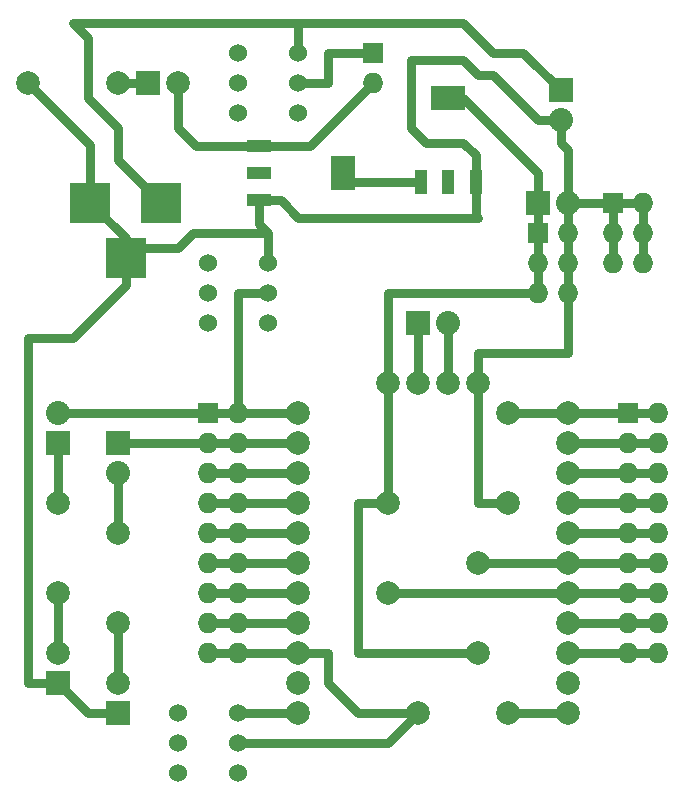
<source format=gbr>
G04 #@! TF.FileFunction,Copper,L1,Top,Signal*
%FSLAX46Y46*%
G04 Gerber Fmt 4.6, Leading zero omitted, Abs format (unit mm)*
G04 Created by KiCad (PCBNEW 4.0.2+dfsg1-stable) date Пт 14 окт 2016 09:29:47*
%MOMM*%
G01*
G04 APERTURE LIST*
%ADD10C,0.100000*%
%ADD11R,2.000000X2.000000*%
%ADD12C,2.000000*%
%ADD13R,2.032000X2.032000*%
%ADD14O,2.032000X2.032000*%
%ADD15R,1.727200X1.727200*%
%ADD16O,1.727200X1.727200*%
%ADD17C,1.998980*%
%ADD18C,1.524000*%
%ADD19R,3.500120X3.500120*%
%ADD20R,2.000000X1.000000*%
%ADD21R,2.000000X3.000000*%
%ADD22R,1.000000X2.000000*%
%ADD23R,3.000000X2.000000*%
%ADD24C,0.750000*%
G04 APERTURE END LIST*
D10*
D11*
X119380000Y-127000000D03*
D12*
X119380000Y-124460000D03*
D11*
X114300000Y-124460000D03*
D12*
X114300000Y-121920000D03*
D13*
X154940000Y-83820000D03*
D14*
X157480000Y-83820000D03*
D13*
X144780000Y-93980000D03*
D14*
X147320000Y-93980000D03*
D13*
X119380000Y-104140000D03*
D14*
X119380000Y-106680000D03*
D13*
X114300000Y-104140000D03*
D14*
X114300000Y-101600000D03*
D15*
X154940000Y-86360000D03*
D16*
X157480000Y-86360000D03*
X154940000Y-88900000D03*
X157480000Y-88900000D03*
X154940000Y-91440000D03*
X157480000Y-91440000D03*
D17*
X119380000Y-119380000D03*
X119380000Y-111760000D03*
X152400000Y-101600000D03*
X152400000Y-109220000D03*
X142240000Y-109220000D03*
X142240000Y-116840000D03*
X149860000Y-114300000D03*
X149860000Y-121920000D03*
X114300000Y-116840000D03*
X114300000Y-109220000D03*
D12*
X142240000Y-99060000D03*
X144780000Y-99060000D03*
X147320000Y-99060000D03*
X149860000Y-99060000D03*
X134620000Y-101600000D03*
X134620000Y-104140000D03*
X134620000Y-106680000D03*
X134620000Y-109220000D03*
X134620000Y-111760000D03*
X134620000Y-114300000D03*
X134620000Y-116840000D03*
X134620000Y-119380000D03*
X134620000Y-121920000D03*
X134620000Y-124460000D03*
X134620000Y-127000000D03*
X157480000Y-127000000D03*
X157480000Y-124460000D03*
X157480000Y-121920000D03*
X157480000Y-119380000D03*
X157480000Y-116840000D03*
X157480000Y-114300000D03*
X157480000Y-111760000D03*
X157480000Y-109220000D03*
X157480000Y-106680000D03*
X157480000Y-104140000D03*
X157480000Y-101600000D03*
D18*
X132080000Y-88900000D03*
X132080000Y-91440000D03*
X132080000Y-93980000D03*
X127000000Y-88900000D03*
X127000000Y-91440000D03*
X127000000Y-93980000D03*
D19*
X123040140Y-83820000D03*
X117040660Y-83820000D03*
X120040400Y-88519000D03*
D11*
X121920000Y-73660000D03*
D12*
X124460000Y-73660000D03*
D13*
X156845000Y-74295000D03*
D14*
X156845000Y-76835000D03*
D15*
X162560000Y-101600000D03*
D16*
X165100000Y-101600000D03*
X162560000Y-104140000D03*
X165100000Y-104140000D03*
X162560000Y-106680000D03*
X165100000Y-106680000D03*
X162560000Y-109220000D03*
X165100000Y-109220000D03*
X162560000Y-111760000D03*
X165100000Y-111760000D03*
X162560000Y-114300000D03*
X165100000Y-114300000D03*
X162560000Y-116840000D03*
X165100000Y-116840000D03*
X162560000Y-119380000D03*
X165100000Y-119380000D03*
X162560000Y-121920000D03*
X165100000Y-121920000D03*
D17*
X144780000Y-127000000D03*
X152400000Y-127000000D03*
D18*
X134620000Y-71120000D03*
X134620000Y-73660000D03*
X134620000Y-76200000D03*
X129540000Y-71120000D03*
X129540000Y-73660000D03*
X129540000Y-76200000D03*
X129540000Y-127000000D03*
X129540000Y-129540000D03*
X129540000Y-132080000D03*
X124460000Y-127000000D03*
X124460000Y-129540000D03*
X124460000Y-132080000D03*
D15*
X140970000Y-71120000D03*
D16*
X140970000Y-73660000D03*
D15*
X127000000Y-101600000D03*
D16*
X129540000Y-101600000D03*
X127000000Y-104140000D03*
X129540000Y-104140000D03*
X127000000Y-106680000D03*
X129540000Y-106680000D03*
X127000000Y-109220000D03*
X129540000Y-109220000D03*
X127000000Y-111760000D03*
X129540000Y-111760000D03*
X127000000Y-114300000D03*
X129540000Y-114300000D03*
X127000000Y-116840000D03*
X129540000Y-116840000D03*
X127000000Y-119380000D03*
X129540000Y-119380000D03*
X127000000Y-121920000D03*
X129540000Y-121920000D03*
D17*
X111760000Y-73660000D03*
X119380000Y-73660000D03*
D15*
X161290000Y-83820000D03*
D16*
X163830000Y-83820000D03*
X161290000Y-86360000D03*
X163830000Y-86360000D03*
X161290000Y-88900000D03*
X163830000Y-88900000D03*
D20*
X131350000Y-83600000D03*
X131350000Y-81280000D03*
D21*
X138430000Y-81280000D03*
D20*
X131350000Y-79000000D03*
D22*
X149640000Y-82010000D03*
X147320000Y-82010000D03*
D23*
X147320000Y-74930000D03*
D22*
X145040000Y-82010000D03*
D24*
X119380000Y-119380000D02*
X119380000Y-124460000D01*
X147320000Y-74930000D02*
X148590000Y-74930000D01*
X148590000Y-74930000D02*
X154940000Y-81280000D01*
X154940000Y-81280000D02*
X154940000Y-83820000D01*
X154940000Y-88900000D02*
X154940000Y-91440000D01*
X154940000Y-86360000D02*
X154940000Y-88900000D01*
X154940000Y-83820000D02*
X154940000Y-86360000D01*
X142240000Y-99060000D02*
X142240000Y-91440000D01*
X142240000Y-91440000D02*
X154940000Y-91440000D01*
X142240000Y-109220000D02*
X142240000Y-99060000D01*
X149860000Y-121920000D02*
X139700000Y-121920000D01*
X139700000Y-109220000D02*
X142240000Y-109220000D01*
X139700000Y-121920000D02*
X139700000Y-109220000D01*
X144780000Y-99060000D02*
X144780000Y-93980000D01*
X147320000Y-93980000D02*
X147320000Y-99060000D01*
X114300000Y-121920000D02*
X114300000Y-116840000D01*
X132080000Y-91440000D02*
X129540000Y-91440000D01*
X129540000Y-91440000D02*
X129540000Y-101600000D01*
X127000000Y-101600000D02*
X114300000Y-101600000D01*
X129540000Y-101600000D02*
X127000000Y-101600000D01*
X134620000Y-101600000D02*
X129540000Y-101600000D01*
X127000000Y-104140000D02*
X129540000Y-104140000D01*
X119380000Y-104140000D02*
X127000000Y-104140000D01*
X134620000Y-104140000D02*
X129540000Y-104140000D01*
X127000000Y-106680000D02*
X129540000Y-106680000D01*
X134620000Y-106680000D02*
X129540000Y-106680000D01*
X129540000Y-109220000D02*
X127000000Y-109220000D01*
X129540000Y-109220000D02*
X134620000Y-109220000D01*
X119380000Y-106680000D02*
X119380000Y-111760000D01*
X114300000Y-109220000D02*
X114300000Y-104140000D01*
X134620000Y-68580000D02*
X148590000Y-68580000D01*
X153670000Y-71120000D02*
X156845000Y-74295000D01*
X151130000Y-71120000D02*
X153670000Y-71120000D01*
X148590000Y-68580000D02*
X151130000Y-71120000D01*
X134620000Y-71120000D02*
X134620000Y-68580000D01*
X119380000Y-80159860D02*
X123040140Y-83820000D01*
X119380000Y-77470000D02*
X119380000Y-80159860D01*
X116840000Y-74930000D02*
X119380000Y-77470000D01*
X116840000Y-69850000D02*
X116840000Y-74930000D01*
X115570000Y-68580000D02*
X116840000Y-69850000D01*
X116840000Y-68580000D02*
X115570000Y-68580000D01*
X134620000Y-68580000D02*
X116840000Y-68580000D01*
X121920000Y-82699860D02*
X123040140Y-83820000D01*
X149640000Y-82010000D02*
X149640000Y-79790000D01*
X154940000Y-76835000D02*
X156845000Y-76835000D01*
X151130000Y-73025000D02*
X154940000Y-76835000D01*
X149860000Y-73025000D02*
X151130000Y-73025000D01*
X148590000Y-71755000D02*
X149860000Y-73025000D01*
X144145000Y-71755000D02*
X148590000Y-71755000D01*
X144145000Y-77470000D02*
X144145000Y-71755000D01*
X145415000Y-78740000D02*
X144145000Y-77470000D01*
X148590000Y-78740000D02*
X145415000Y-78740000D01*
X149640000Y-79790000D02*
X148590000Y-78740000D01*
X156845000Y-76835000D02*
X156845000Y-78740000D01*
X156845000Y-78740000D02*
X157480000Y-79375000D01*
X157480000Y-79375000D02*
X157480000Y-83820000D01*
X131350000Y-83600000D02*
X133130000Y-83600000D01*
X149640000Y-84870000D02*
X149640000Y-82010000D01*
X149860000Y-85090000D02*
X149640000Y-84870000D01*
X134620000Y-85090000D02*
X149860000Y-85090000D01*
X133130000Y-83600000D02*
X134620000Y-85090000D01*
X131350000Y-83600000D02*
X131350000Y-85630000D01*
X131350000Y-85630000D02*
X132080000Y-86360000D01*
X132080000Y-88900000D02*
X132080000Y-86360000D01*
X124460000Y-87630000D02*
X120929400Y-87630000D01*
X125730000Y-86360000D02*
X124460000Y-87630000D01*
X132080000Y-86360000D02*
X125730000Y-86360000D01*
X120929400Y-87630000D02*
X120040400Y-88519000D01*
X120040400Y-88519000D02*
X120040400Y-90779600D01*
X111760000Y-124460000D02*
X114300000Y-124460000D01*
X111760000Y-95250000D02*
X111760000Y-124460000D01*
X115570000Y-95250000D02*
X111760000Y-95250000D01*
X120040400Y-90779600D02*
X115570000Y-95250000D01*
X117040660Y-83820000D02*
X117040660Y-78940660D01*
X117040660Y-78940660D02*
X111760000Y-73660000D01*
X120040400Y-88519000D02*
X120040400Y-86819740D01*
X120040400Y-86819740D02*
X117040660Y-83820000D01*
X161290000Y-86360000D02*
X161290000Y-83820000D01*
X163830000Y-83820000D02*
X163830000Y-86360000D01*
X163830000Y-83820000D02*
X161290000Y-83820000D01*
X161290000Y-83820000D02*
X157480000Y-83820000D01*
X161290000Y-88900000D02*
X161290000Y-86360000D01*
X163830000Y-88900000D02*
X163830000Y-86360000D01*
X157480000Y-88900000D02*
X157480000Y-91440000D01*
X157480000Y-86360000D02*
X157480000Y-88900000D01*
X157480000Y-83820000D02*
X157480000Y-86360000D01*
X149860000Y-99060000D02*
X149860000Y-96520000D01*
X149860000Y-96520000D02*
X157480000Y-96520000D01*
X157480000Y-96520000D02*
X157480000Y-91440000D01*
X119380000Y-127000000D02*
X116840000Y-127000000D01*
X116840000Y-127000000D02*
X114300000Y-124460000D01*
X149860000Y-99060000D02*
X149860000Y-109220000D01*
X149860000Y-109220000D02*
X152400000Y-109220000D01*
X165100000Y-101600000D02*
X162560000Y-101600000D01*
X152400000Y-101600000D02*
X157480000Y-101600000D01*
X157480000Y-101600000D02*
X162560000Y-101600000D01*
X162560000Y-104140000D02*
X165100000Y-104140000D01*
X157480000Y-104140000D02*
X162560000Y-104140000D01*
X165100000Y-106680000D02*
X162560000Y-106680000D01*
X162560000Y-106680000D02*
X157480000Y-106680000D01*
X165100000Y-109220000D02*
X162560000Y-109220000D01*
X157480000Y-109220000D02*
X162560000Y-109220000D01*
X162560000Y-111760000D02*
X165100000Y-111760000D01*
X162560000Y-111760000D02*
X157480000Y-111760000D01*
X165100000Y-114300000D02*
X162560000Y-114300000D01*
X157480000Y-114300000D02*
X149860000Y-114300000D01*
X157480000Y-114300000D02*
X162560000Y-114300000D01*
X162560000Y-116840000D02*
X165100000Y-116840000D01*
X142240000Y-116840000D02*
X157480000Y-116840000D01*
X162560000Y-116840000D02*
X157480000Y-116840000D01*
X162560000Y-119380000D02*
X165100000Y-119380000D01*
X157480000Y-119380000D02*
X162560000Y-119380000D01*
X165100000Y-121920000D02*
X162560000Y-121920000D01*
X162560000Y-121920000D02*
X157480000Y-121920000D01*
X152400000Y-127000000D02*
X157480000Y-127000000D01*
X127000000Y-111760000D02*
X129540000Y-111760000D01*
X134620000Y-111760000D02*
X129540000Y-111760000D01*
X129540000Y-114300000D02*
X127000000Y-114300000D01*
X129540000Y-114300000D02*
X134620000Y-114300000D01*
X127000000Y-116840000D02*
X129540000Y-116840000D01*
X134620000Y-116840000D02*
X129540000Y-116840000D01*
X129540000Y-119380000D02*
X127000000Y-119380000D01*
X129540000Y-119380000D02*
X134620000Y-119380000D01*
X129540000Y-129540000D02*
X142240000Y-129540000D01*
X142240000Y-129540000D02*
X144780000Y-127000000D01*
X134620000Y-121920000D02*
X137160000Y-121920000D01*
X139700000Y-127000000D02*
X144780000Y-127000000D01*
X137160000Y-124460000D02*
X139700000Y-127000000D01*
X137160000Y-121920000D02*
X137160000Y-124460000D01*
X127000000Y-121920000D02*
X129540000Y-121920000D01*
X134620000Y-121920000D02*
X129540000Y-121920000D01*
X131350000Y-79000000D02*
X135630000Y-79000000D01*
X135630000Y-79000000D02*
X140970000Y-73660000D01*
X124460000Y-73660000D02*
X124460000Y-77470000D01*
X125990000Y-79000000D02*
X131350000Y-79000000D01*
X124460000Y-77470000D02*
X125990000Y-79000000D01*
X119380000Y-73660000D02*
X121920000Y-73660000D01*
X134620000Y-127000000D02*
X129540000Y-127000000D01*
X140970000Y-71120000D02*
X137160000Y-71120000D01*
X137160000Y-73660000D02*
X134620000Y-73660000D01*
X137160000Y-71120000D02*
X137160000Y-73660000D01*
X145040000Y-82010000D02*
X139160000Y-82010000D01*
X139160000Y-82010000D02*
X138430000Y-81280000D01*
M02*

</source>
